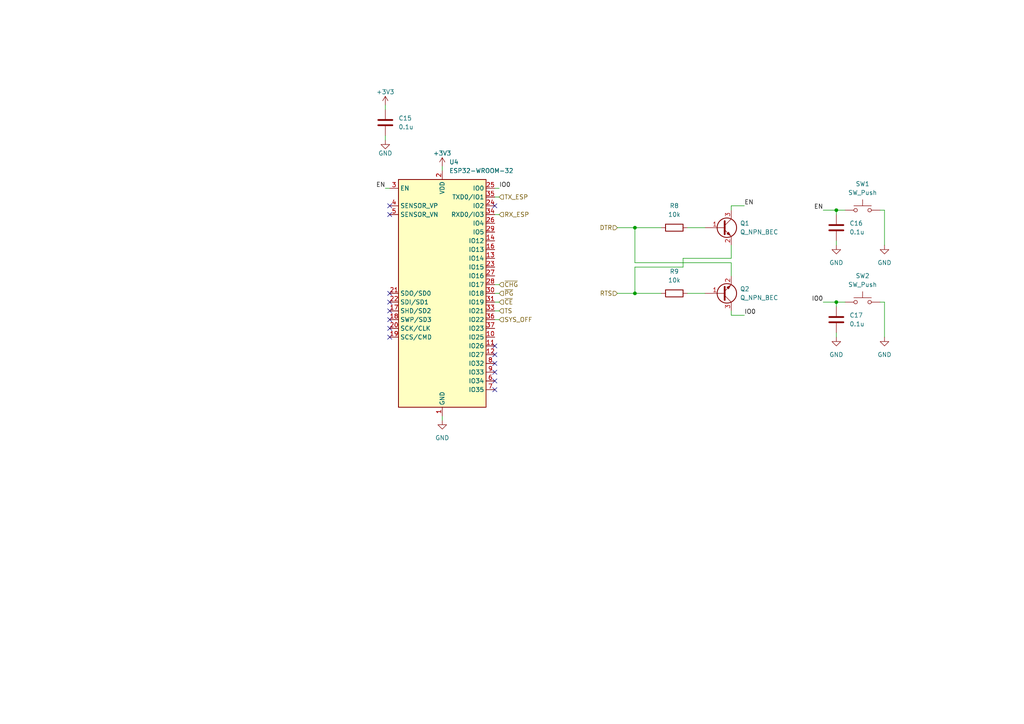
<source format=kicad_sch>
(kicad_sch (version 20211123) (generator eeschema)

  (uuid 029fa107-63e6-4889-8b93-6870fee8d025)

  (paper "A4")

  (lib_symbols
    (symbol "Device:C" (pin_numbers hide) (pin_names (offset 0.254)) (in_bom yes) (on_board yes)
      (property "Reference" "C" (id 0) (at 0.635 2.54 0)
        (effects (font (size 1.27 1.27)) (justify left))
      )
      (property "Value" "C" (id 1) (at 0.635 -2.54 0)
        (effects (font (size 1.27 1.27)) (justify left))
      )
      (property "Footprint" "" (id 2) (at 0.9652 -3.81 0)
        (effects (font (size 1.27 1.27)) hide)
      )
      (property "Datasheet" "~" (id 3) (at 0 0 0)
        (effects (font (size 1.27 1.27)) hide)
      )
      (property "ki_keywords" "cap capacitor" (id 4) (at 0 0 0)
        (effects (font (size 1.27 1.27)) hide)
      )
      (property "ki_description" "Unpolarized capacitor" (id 5) (at 0 0 0)
        (effects (font (size 1.27 1.27)) hide)
      )
      (property "ki_fp_filters" "C_*" (id 6) (at 0 0 0)
        (effects (font (size 1.27 1.27)) hide)
      )
      (symbol "C_0_1"
        (polyline
          (pts
            (xy -2.032 -0.762)
            (xy 2.032 -0.762)
          )
          (stroke (width 0.508) (type default) (color 0 0 0 0))
          (fill (type none))
        )
        (polyline
          (pts
            (xy -2.032 0.762)
            (xy 2.032 0.762)
          )
          (stroke (width 0.508) (type default) (color 0 0 0 0))
          (fill (type none))
        )
      )
      (symbol "C_1_1"
        (pin passive line (at 0 3.81 270) (length 2.794)
          (name "~" (effects (font (size 1.27 1.27))))
          (number "1" (effects (font (size 1.27 1.27))))
        )
        (pin passive line (at 0 -3.81 90) (length 2.794)
          (name "~" (effects (font (size 1.27 1.27))))
          (number "2" (effects (font (size 1.27 1.27))))
        )
      )
    )
    (symbol "Device:Q_NPN_BEC" (pin_names (offset 0) hide) (in_bom yes) (on_board yes)
      (property "Reference" "Q" (id 0) (at 5.08 1.27 0)
        (effects (font (size 1.27 1.27)) (justify left))
      )
      (property "Value" "Q_NPN_BEC" (id 1) (at 5.08 -1.27 0)
        (effects (font (size 1.27 1.27)) (justify left))
      )
      (property "Footprint" "" (id 2) (at 5.08 2.54 0)
        (effects (font (size 1.27 1.27)) hide)
      )
      (property "Datasheet" "~" (id 3) (at 0 0 0)
        (effects (font (size 1.27 1.27)) hide)
      )
      (property "ki_keywords" "transistor NPN" (id 4) (at 0 0 0)
        (effects (font (size 1.27 1.27)) hide)
      )
      (property "ki_description" "NPN transistor, base/emitter/collector" (id 5) (at 0 0 0)
        (effects (font (size 1.27 1.27)) hide)
      )
      (symbol "Q_NPN_BEC_0_1"
        (polyline
          (pts
            (xy 0.635 0.635)
            (xy 2.54 2.54)
          )
          (stroke (width 0) (type default) (color 0 0 0 0))
          (fill (type none))
        )
        (polyline
          (pts
            (xy 0.635 -0.635)
            (xy 2.54 -2.54)
            (xy 2.54 -2.54)
          )
          (stroke (width 0) (type default) (color 0 0 0 0))
          (fill (type none))
        )
        (polyline
          (pts
            (xy 0.635 1.905)
            (xy 0.635 -1.905)
            (xy 0.635 -1.905)
          )
          (stroke (width 0.508) (type default) (color 0 0 0 0))
          (fill (type none))
        )
        (polyline
          (pts
            (xy 1.27 -1.778)
            (xy 1.778 -1.27)
            (xy 2.286 -2.286)
            (xy 1.27 -1.778)
            (xy 1.27 -1.778)
          )
          (stroke (width 0) (type default) (color 0 0 0 0))
          (fill (type outline))
        )
        (circle (center 1.27 0) (radius 2.8194)
          (stroke (width 0.254) (type default) (color 0 0 0 0))
          (fill (type none))
        )
      )
      (symbol "Q_NPN_BEC_1_1"
        (pin input line (at -5.08 0 0) (length 5.715)
          (name "B" (effects (font (size 1.27 1.27))))
          (number "1" (effects (font (size 1.27 1.27))))
        )
        (pin passive line (at 2.54 -5.08 90) (length 2.54)
          (name "E" (effects (font (size 1.27 1.27))))
          (number "2" (effects (font (size 1.27 1.27))))
        )
        (pin passive line (at 2.54 5.08 270) (length 2.54)
          (name "C" (effects (font (size 1.27 1.27))))
          (number "3" (effects (font (size 1.27 1.27))))
        )
      )
    )
    (symbol "Device:R" (pin_numbers hide) (pin_names (offset 0)) (in_bom yes) (on_board yes)
      (property "Reference" "R" (id 0) (at 2.032 0 90)
        (effects (font (size 1.27 1.27)))
      )
      (property "Value" "R" (id 1) (at 0 0 90)
        (effects (font (size 1.27 1.27)))
      )
      (property "Footprint" "" (id 2) (at -1.778 0 90)
        (effects (font (size 1.27 1.27)) hide)
      )
      (property "Datasheet" "~" (id 3) (at 0 0 0)
        (effects (font (size 1.27 1.27)) hide)
      )
      (property "ki_keywords" "R res resistor" (id 4) (at 0 0 0)
        (effects (font (size 1.27 1.27)) hide)
      )
      (property "ki_description" "Resistor" (id 5) (at 0 0 0)
        (effects (font (size 1.27 1.27)) hide)
      )
      (property "ki_fp_filters" "R_*" (id 6) (at 0 0 0)
        (effects (font (size 1.27 1.27)) hide)
      )
      (symbol "R_0_1"
        (rectangle (start -1.016 -2.54) (end 1.016 2.54)
          (stroke (width 0.254) (type default) (color 0 0 0 0))
          (fill (type none))
        )
      )
      (symbol "R_1_1"
        (pin passive line (at 0 3.81 270) (length 1.27)
          (name "~" (effects (font (size 1.27 1.27))))
          (number "1" (effects (font (size 1.27 1.27))))
        )
        (pin passive line (at 0 -3.81 90) (length 1.27)
          (name "~" (effects (font (size 1.27 1.27))))
          (number "2" (effects (font (size 1.27 1.27))))
        )
      )
    )
    (symbol "RF_Module:ESP32-WROOM-32" (in_bom yes) (on_board yes)
      (property "Reference" "U" (id 0) (at -12.7 34.29 0)
        (effects (font (size 1.27 1.27)) (justify left))
      )
      (property "Value" "ESP32-WROOM-32" (id 1) (at 1.27 34.29 0)
        (effects (font (size 1.27 1.27)) (justify left))
      )
      (property "Footprint" "RF_Module:ESP32-WROOM-32" (id 2) (at 0 -38.1 0)
        (effects (font (size 1.27 1.27)) hide)
      )
      (property "Datasheet" "https://www.espressif.com/sites/default/files/documentation/esp32-wroom-32_datasheet_en.pdf" (id 3) (at -7.62 1.27 0)
        (effects (font (size 1.27 1.27)) hide)
      )
      (property "ki_keywords" "RF Radio BT ESP ESP32 Espressif onboard PCB antenna" (id 4) (at 0 0 0)
        (effects (font (size 1.27 1.27)) hide)
      )
      (property "ki_description" "RF Module, ESP32-D0WDQ6 SoC, Wi-Fi 802.11b/g/n, Bluetooth, BLE, 32-bit, 2.7-3.6V, onboard antenna, SMD" (id 5) (at 0 0 0)
        (effects (font (size 1.27 1.27)) hide)
      )
      (property "ki_fp_filters" "ESP32?WROOM?32*" (id 6) (at 0 0 0)
        (effects (font (size 1.27 1.27)) hide)
      )
      (symbol "ESP32-WROOM-32_0_1"
        (rectangle (start -12.7 33.02) (end 12.7 -33.02)
          (stroke (width 0.254) (type default) (color 0 0 0 0))
          (fill (type background))
        )
      )
      (symbol "ESP32-WROOM-32_1_1"
        (pin power_in line (at 0 -35.56 90) (length 2.54)
          (name "GND" (effects (font (size 1.27 1.27))))
          (number "1" (effects (font (size 1.27 1.27))))
        )
        (pin bidirectional line (at 15.24 -12.7 180) (length 2.54)
          (name "IO25" (effects (font (size 1.27 1.27))))
          (number "10" (effects (font (size 1.27 1.27))))
        )
        (pin bidirectional line (at 15.24 -15.24 180) (length 2.54)
          (name "IO26" (effects (font (size 1.27 1.27))))
          (number "11" (effects (font (size 1.27 1.27))))
        )
        (pin bidirectional line (at 15.24 -17.78 180) (length 2.54)
          (name "IO27" (effects (font (size 1.27 1.27))))
          (number "12" (effects (font (size 1.27 1.27))))
        )
        (pin bidirectional line (at 15.24 10.16 180) (length 2.54)
          (name "IO14" (effects (font (size 1.27 1.27))))
          (number "13" (effects (font (size 1.27 1.27))))
        )
        (pin bidirectional line (at 15.24 15.24 180) (length 2.54)
          (name "IO12" (effects (font (size 1.27 1.27))))
          (number "14" (effects (font (size 1.27 1.27))))
        )
        (pin passive line (at 0 -35.56 90) (length 2.54) hide
          (name "GND" (effects (font (size 1.27 1.27))))
          (number "15" (effects (font (size 1.27 1.27))))
        )
        (pin bidirectional line (at 15.24 12.7 180) (length 2.54)
          (name "IO13" (effects (font (size 1.27 1.27))))
          (number "16" (effects (font (size 1.27 1.27))))
        )
        (pin bidirectional line (at -15.24 -5.08 0) (length 2.54)
          (name "SHD/SD2" (effects (font (size 1.27 1.27))))
          (number "17" (effects (font (size 1.27 1.27))))
        )
        (pin bidirectional line (at -15.24 -7.62 0) (length 2.54)
          (name "SWP/SD3" (effects (font (size 1.27 1.27))))
          (number "18" (effects (font (size 1.27 1.27))))
        )
        (pin bidirectional line (at -15.24 -12.7 0) (length 2.54)
          (name "SCS/CMD" (effects (font (size 1.27 1.27))))
          (number "19" (effects (font (size 1.27 1.27))))
        )
        (pin power_in line (at 0 35.56 270) (length 2.54)
          (name "VDD" (effects (font (size 1.27 1.27))))
          (number "2" (effects (font (size 1.27 1.27))))
        )
        (pin bidirectional line (at -15.24 -10.16 0) (length 2.54)
          (name "SCK/CLK" (effects (font (size 1.27 1.27))))
          (number "20" (effects (font (size 1.27 1.27))))
        )
        (pin bidirectional line (at -15.24 0 0) (length 2.54)
          (name "SDO/SD0" (effects (font (size 1.27 1.27))))
          (number "21" (effects (font (size 1.27 1.27))))
        )
        (pin bidirectional line (at -15.24 -2.54 0) (length 2.54)
          (name "SDI/SD1" (effects (font (size 1.27 1.27))))
          (number "22" (effects (font (size 1.27 1.27))))
        )
        (pin bidirectional line (at 15.24 7.62 180) (length 2.54)
          (name "IO15" (effects (font (size 1.27 1.27))))
          (number "23" (effects (font (size 1.27 1.27))))
        )
        (pin bidirectional line (at 15.24 25.4 180) (length 2.54)
          (name "IO2" (effects (font (size 1.27 1.27))))
          (number "24" (effects (font (size 1.27 1.27))))
        )
        (pin bidirectional line (at 15.24 30.48 180) (length 2.54)
          (name "IO0" (effects (font (size 1.27 1.27))))
          (number "25" (effects (font (size 1.27 1.27))))
        )
        (pin bidirectional line (at 15.24 20.32 180) (length 2.54)
          (name "IO4" (effects (font (size 1.27 1.27))))
          (number "26" (effects (font (size 1.27 1.27))))
        )
        (pin bidirectional line (at 15.24 5.08 180) (length 2.54)
          (name "IO16" (effects (font (size 1.27 1.27))))
          (number "27" (effects (font (size 1.27 1.27))))
        )
        (pin bidirectional line (at 15.24 2.54 180) (length 2.54)
          (name "IO17" (effects (font (size 1.27 1.27))))
          (number "28" (effects (font (size 1.27 1.27))))
        )
        (pin bidirectional line (at 15.24 17.78 180) (length 2.54)
          (name "IO5" (effects (font (size 1.27 1.27))))
          (number "29" (effects (font (size 1.27 1.27))))
        )
        (pin input line (at -15.24 30.48 0) (length 2.54)
          (name "EN" (effects (font (size 1.27 1.27))))
          (number "3" (effects (font (size 1.27 1.27))))
        )
        (pin bidirectional line (at 15.24 0 180) (length 2.54)
          (name "IO18" (effects (font (size 1.27 1.27))))
          (number "30" (effects (font (size 1.27 1.27))))
        )
        (pin bidirectional line (at 15.24 -2.54 180) (length 2.54)
          (name "IO19" (effects (font (size 1.27 1.27))))
          (number "31" (effects (font (size 1.27 1.27))))
        )
        (pin no_connect line (at -12.7 -27.94 0) (length 2.54) hide
          (name "NC" (effects (font (size 1.27 1.27))))
          (number "32" (effects (font (size 1.27 1.27))))
        )
        (pin bidirectional line (at 15.24 -5.08 180) (length 2.54)
          (name "IO21" (effects (font (size 1.27 1.27))))
          (number "33" (effects (font (size 1.27 1.27))))
        )
        (pin bidirectional line (at 15.24 22.86 180) (length 2.54)
          (name "RXD0/IO3" (effects (font (size 1.27 1.27))))
          (number "34" (effects (font (size 1.27 1.27))))
        )
        (pin bidirectional line (at 15.24 27.94 180) (length 2.54)
          (name "TXD0/IO1" (effects (font (size 1.27 1.27))))
          (number "35" (effects (font (size 1.27 1.27))))
        )
        (pin bidirectional line (at 15.24 -7.62 180) (length 2.54)
          (name "IO22" (effects (font (size 1.27 1.27))))
          (number "36" (effects (font (size 1.27 1.27))))
        )
        (pin bidirectional line (at 15.24 -10.16 180) (length 2.54)
          (name "IO23" (effects (font (size 1.27 1.27))))
          (number "37" (effects (font (size 1.27 1.27))))
        )
        (pin passive line (at 0 -35.56 90) (length 2.54) hide
          (name "GND" (effects (font (size 1.27 1.27))))
          (number "38" (effects (font (size 1.27 1.27))))
        )
        (pin passive line (at 0 -35.56 90) (length 2.54) hide
          (name "GND" (effects (font (size 1.27 1.27))))
          (number "39" (effects (font (size 1.27 1.27))))
        )
        (pin input line (at -15.24 25.4 0) (length 2.54)
          (name "SENSOR_VP" (effects (font (size 1.27 1.27))))
          (number "4" (effects (font (size 1.27 1.27))))
        )
        (pin input line (at -15.24 22.86 0) (length 2.54)
          (name "SENSOR_VN" (effects (font (size 1.27 1.27))))
          (number "5" (effects (font (size 1.27 1.27))))
        )
        (pin input line (at 15.24 -25.4 180) (length 2.54)
          (name "IO34" (effects (font (size 1.27 1.27))))
          (number "6" (effects (font (size 1.27 1.27))))
        )
        (pin input line (at 15.24 -27.94 180) (length 2.54)
          (name "IO35" (effects (font (size 1.27 1.27))))
          (number "7" (effects (font (size 1.27 1.27))))
        )
        (pin bidirectional line (at 15.24 -20.32 180) (length 2.54)
          (name "IO32" (effects (font (size 1.27 1.27))))
          (number "8" (effects (font (size 1.27 1.27))))
        )
        (pin bidirectional line (at 15.24 -22.86 180) (length 2.54)
          (name "IO33" (effects (font (size 1.27 1.27))))
          (number "9" (effects (font (size 1.27 1.27))))
        )
      )
    )
    (symbol "Switch:SW_Push" (pin_numbers hide) (pin_names (offset 1.016) hide) (in_bom yes) (on_board yes)
      (property "Reference" "SW" (id 0) (at 1.27 2.54 0)
        (effects (font (size 1.27 1.27)) (justify left))
      )
      (property "Value" "SW_Push" (id 1) (at 0 -1.524 0)
        (effects (font (size 1.27 1.27)))
      )
      (property "Footprint" "" (id 2) (at 0 5.08 0)
        (effects (font (size 1.27 1.27)) hide)
      )
      (property "Datasheet" "~" (id 3) (at 0 5.08 0)
        (effects (font (size 1.27 1.27)) hide)
      )
      (property "ki_keywords" "switch normally-open pushbutton push-button" (id 4) (at 0 0 0)
        (effects (font (size 1.27 1.27)) hide)
      )
      (property "ki_description" "Push button switch, generic, two pins" (id 5) (at 0 0 0)
        (effects (font (size 1.27 1.27)) hide)
      )
      (symbol "SW_Push_0_1"
        (circle (center -2.032 0) (radius 0.508)
          (stroke (width 0) (type default) (color 0 0 0 0))
          (fill (type none))
        )
        (polyline
          (pts
            (xy 0 1.27)
            (xy 0 3.048)
          )
          (stroke (width 0) (type default) (color 0 0 0 0))
          (fill (type none))
        )
        (polyline
          (pts
            (xy 2.54 1.27)
            (xy -2.54 1.27)
          )
          (stroke (width 0) (type default) (color 0 0 0 0))
          (fill (type none))
        )
        (circle (center 2.032 0) (radius 0.508)
          (stroke (width 0) (type default) (color 0 0 0 0))
          (fill (type none))
        )
        (pin passive line (at -5.08 0 0) (length 2.54)
          (name "1" (effects (font (size 1.27 1.27))))
          (number "1" (effects (font (size 1.27 1.27))))
        )
        (pin passive line (at 5.08 0 180) (length 2.54)
          (name "2" (effects (font (size 1.27 1.27))))
          (number "2" (effects (font (size 1.27 1.27))))
        )
      )
    )
    (symbol "power:+3V3" (power) (pin_names (offset 0)) (in_bom yes) (on_board yes)
      (property "Reference" "#PWR" (id 0) (at 0 -3.81 0)
        (effects (font (size 1.27 1.27)) hide)
      )
      (property "Value" "+3V3" (id 1) (at 0 3.556 0)
        (effects (font (size 1.27 1.27)))
      )
      (property "Footprint" "" (id 2) (at 0 0 0)
        (effects (font (size 1.27 1.27)) hide)
      )
      (property "Datasheet" "" (id 3) (at 0 0 0)
        (effects (font (size 1.27 1.27)) hide)
      )
      (property "ki_keywords" "power-flag" (id 4) (at 0 0 0)
        (effects (font (size 1.27 1.27)) hide)
      )
      (property "ki_description" "Power symbol creates a global label with name \"+3V3\"" (id 5) (at 0 0 0)
        (effects (font (size 1.27 1.27)) hide)
      )
      (symbol "+3V3_0_1"
        (polyline
          (pts
            (xy -0.762 1.27)
            (xy 0 2.54)
          )
          (stroke (width 0) (type default) (color 0 0 0 0))
          (fill (type none))
        )
        (polyline
          (pts
            (xy 0 0)
            (xy 0 2.54)
          )
          (stroke (width 0) (type default) (color 0 0 0 0))
          (fill (type none))
        )
        (polyline
          (pts
            (xy 0 2.54)
            (xy 0.762 1.27)
          )
          (stroke (width 0) (type default) (color 0 0 0 0))
          (fill (type none))
        )
      )
      (symbol "+3V3_1_1"
        (pin power_in line (at 0 0 90) (length 0) hide
          (name "+3V3" (effects (font (size 1.27 1.27))))
          (number "1" (effects (font (size 1.27 1.27))))
        )
      )
    )
    (symbol "power:GND" (power) (pin_names (offset 0)) (in_bom yes) (on_board yes)
      (property "Reference" "#PWR" (id 0) (at 0 -6.35 0)
        (effects (font (size 1.27 1.27)) hide)
      )
      (property "Value" "GND" (id 1) (at 0 -3.81 0)
        (effects (font (size 1.27 1.27)))
      )
      (property "Footprint" "" (id 2) (at 0 0 0)
        (effects (font (size 1.27 1.27)) hide)
      )
      (property "Datasheet" "" (id 3) (at 0 0 0)
        (effects (font (size 1.27 1.27)) hide)
      )
      (property "ki_keywords" "power-flag" (id 4) (at 0 0 0)
        (effects (font (size 1.27 1.27)) hide)
      )
      (property "ki_description" "Power symbol creates a global label with name \"GND\" , ground" (id 5) (at 0 0 0)
        (effects (font (size 1.27 1.27)) hide)
      )
      (symbol "GND_0_1"
        (polyline
          (pts
            (xy 0 0)
            (xy 0 -1.27)
            (xy 1.27 -1.27)
            (xy 0 -2.54)
            (xy -1.27 -1.27)
            (xy 0 -1.27)
          )
          (stroke (width 0) (type default) (color 0 0 0 0))
          (fill (type none))
        )
      )
      (symbol "GND_1_1"
        (pin power_in line (at 0 0 270) (length 0) hide
          (name "GND" (effects (font (size 1.27 1.27))))
          (number "1" (effects (font (size 1.27 1.27))))
        )
      )
    )
  )


  (junction (at 242.57 87.63) (diameter 0) (color 0 0 0 0)
    (uuid 23f0cf37-55d4-46d7-b4c1-9b259c94baa6)
  )
  (junction (at 242.57 60.96) (diameter 0) (color 0 0 0 0)
    (uuid adca97bd-d2ee-4c08-a3ad-431caf429774)
  )
  (junction (at 184.15 85.09) (diameter 0) (color 0 0 0 0)
    (uuid c92dee1e-81bf-4ffe-8152-bc7f5e3bd7ec)
  )
  (junction (at 184.15 66.04) (diameter 0) (color 0 0 0 0)
    (uuid d3eff76b-83bd-48a1-b559-4a6ebe5edc6c)
  )

  (no_connect (at 113.03 85.09) (uuid 9e44d1b6-711d-4cc5-93e5-be6a4e0f9614))
  (no_connect (at 113.03 87.63) (uuid 9e44d1b6-711d-4cc5-93e5-be6a4e0f9615))
  (no_connect (at 143.51 100.33) (uuid 9e44d1b6-711d-4cc5-93e5-be6a4e0f961a))
  (no_connect (at 143.51 102.87) (uuid 9e44d1b6-711d-4cc5-93e5-be6a4e0f961b))
  (no_connect (at 143.51 105.41) (uuid 9e44d1b6-711d-4cc5-93e5-be6a4e0f961c))
  (no_connect (at 143.51 113.03) (uuid 9e44d1b6-711d-4cc5-93e5-be6a4e0f961d))
  (no_connect (at 113.03 97.79) (uuid 9e44d1b6-711d-4cc5-93e5-be6a4e0f961e))
  (no_connect (at 113.03 95.25) (uuid 9e44d1b6-711d-4cc5-93e5-be6a4e0f961f))
  (no_connect (at 113.03 92.71) (uuid 9e44d1b6-711d-4cc5-93e5-be6a4e0f9620))
  (no_connect (at 113.03 90.17) (uuid 9e44d1b6-711d-4cc5-93e5-be6a4e0f9621))
  (no_connect (at 143.51 107.95) (uuid 9e44d1b6-711d-4cc5-93e5-be6a4e0f9622))
  (no_connect (at 143.51 110.49) (uuid 9e44d1b6-711d-4cc5-93e5-be6a4e0f9623))
  (no_connect (at 143.51 59.69) (uuid 9e44d1b6-711d-4cc5-93e5-be6a4e0f9626))
  (no_connect (at 113.03 62.23) (uuid 9e44d1b6-711d-4cc5-93e5-be6a4e0f9627))
  (no_connect (at 113.03 59.69) (uuid 9e44d1b6-711d-4cc5-93e5-be6a4e0f9628))

  (wire (pts (xy 238.76 60.96) (xy 242.57 60.96))
    (stroke (width 0) (type default) (color 0 0 0 0))
    (uuid 0824e261-06a8-4522-bd19-b3988b8930b1)
  )
  (wire (pts (xy 111.76 54.61) (xy 113.03 54.61))
    (stroke (width 0) (type default) (color 0 0 0 0))
    (uuid 090bbff3-805f-47c8-9898-0bfe4054ab76)
  )
  (wire (pts (xy 199.39 66.04) (xy 204.47 66.04))
    (stroke (width 0) (type default) (color 0 0 0 0))
    (uuid 0af37823-4ca9-4769-abf6-0126dde271e9)
  )
  (wire (pts (xy 179.07 66.04) (xy 184.15 66.04))
    (stroke (width 0) (type default) (color 0 0 0 0))
    (uuid 10b20a32-8565-4369-82c9-076b23875c8d)
  )
  (wire (pts (xy 242.57 87.63) (xy 242.57 88.9))
    (stroke (width 0) (type default) (color 0 0 0 0))
    (uuid 235857f5-7ac9-4530-bf95-2462c41fc9ab)
  )
  (wire (pts (xy 184.15 76.2) (xy 212.09 76.2))
    (stroke (width 0) (type default) (color 0 0 0 0))
    (uuid 244f6516-b7da-4253-996c-a3862705ad85)
  )
  (wire (pts (xy 143.51 87.63) (xy 144.78 87.63))
    (stroke (width 0) (type default) (color 0 0 0 0))
    (uuid 291858ac-20cd-4bb3-9fe4-857541e2af1b)
  )
  (wire (pts (xy 212.09 90.17) (xy 212.09 91.44))
    (stroke (width 0) (type default) (color 0 0 0 0))
    (uuid 29a5ad5a-1e97-4e66-9526-31d6f14b4c71)
  )
  (wire (pts (xy 143.51 62.23) (xy 144.78 62.23))
    (stroke (width 0) (type default) (color 0 0 0 0))
    (uuid 2e1b8811-d444-47d7-9827-7b42f03ad802)
  )
  (wire (pts (xy 128.27 48.26) (xy 128.27 49.53))
    (stroke (width 0) (type default) (color 0 0 0 0))
    (uuid 3fb5e07c-4f9f-41a8-8aac-6f457b351106)
  )
  (wire (pts (xy 128.27 120.65) (xy 128.27 121.92))
    (stroke (width 0) (type default) (color 0 0 0 0))
    (uuid 473e7ac7-e996-42df-9322-67e807fe3ef2)
  )
  (wire (pts (xy 238.76 87.63) (xy 242.57 87.63))
    (stroke (width 0) (type default) (color 0 0 0 0))
    (uuid 4a5b010e-d89e-4aec-8f76-0c826e1c3b12)
  )
  (wire (pts (xy 111.76 30.48) (xy 111.76 31.75))
    (stroke (width 0) (type default) (color 0 0 0 0))
    (uuid 51e99e3e-c541-4ef1-9a69-d1b987f896af)
  )
  (wire (pts (xy 198.12 74.93) (xy 212.09 74.93))
    (stroke (width 0) (type default) (color 0 0 0 0))
    (uuid 54b1f07f-5f13-4bbf-a1d1-9d5a1f7e66ee)
  )
  (wire (pts (xy 212.09 60.96) (xy 212.09 59.69))
    (stroke (width 0) (type default) (color 0 0 0 0))
    (uuid 57012323-92e8-4943-9853-08b32d79b755)
  )
  (wire (pts (xy 199.39 85.09) (xy 204.47 85.09))
    (stroke (width 0) (type default) (color 0 0 0 0))
    (uuid 57c917aa-dcab-4239-9b0b-dad2b9336a6c)
  )
  (wire (pts (xy 184.15 77.47) (xy 184.15 85.09))
    (stroke (width 0) (type default) (color 0 0 0 0))
    (uuid 5cfe7951-cb1c-4543-b89d-7b58d156f858)
  )
  (wire (pts (xy 179.07 85.09) (xy 184.15 85.09))
    (stroke (width 0) (type default) (color 0 0 0 0))
    (uuid 5f09afca-a8f0-4d6a-ba68-5ea2abf4e6df)
  )
  (wire (pts (xy 144.78 82.55) (xy 143.51 82.55))
    (stroke (width 0) (type default) (color 0 0 0 0))
    (uuid 5f90a962-0ad6-44ea-a0fd-246f5133a524)
  )
  (wire (pts (xy 242.57 60.96) (xy 242.57 62.23))
    (stroke (width 0) (type default) (color 0 0 0 0))
    (uuid 647c4330-1fd0-4f5b-a198-34127e11f611)
  )
  (wire (pts (xy 242.57 69.85) (xy 242.57 71.12))
    (stroke (width 0) (type default) (color 0 0 0 0))
    (uuid 6c2a4a3a-06bf-4135-9e86-d97ec404b7f5)
  )
  (wire (pts (xy 212.09 91.44) (xy 215.9 91.44))
    (stroke (width 0) (type default) (color 0 0 0 0))
    (uuid 7116aa4c-399b-4987-bd18-ff3387111ec2)
  )
  (wire (pts (xy 184.15 66.04) (xy 191.77 66.04))
    (stroke (width 0) (type default) (color 0 0 0 0))
    (uuid 744e78a9-67c7-4b99-89e0-3eca02ab9ca1)
  )
  (wire (pts (xy 184.15 77.47) (xy 198.12 77.47))
    (stroke (width 0) (type default) (color 0 0 0 0))
    (uuid 74b804ce-013b-4ad1-8f5c-1bc3742157aa)
  )
  (wire (pts (xy 242.57 96.52) (xy 242.57 97.79))
    (stroke (width 0) (type default) (color 0 0 0 0))
    (uuid 79daf405-b21d-41bb-8e49-0d27264911fb)
  )
  (wire (pts (xy 111.76 39.37) (xy 111.76 40.64))
    (stroke (width 0) (type default) (color 0 0 0 0))
    (uuid 828d6bfe-c688-4851-85ef-2cfe0055994a)
  )
  (wire (pts (xy 242.57 87.63) (xy 245.11 87.63))
    (stroke (width 0) (type default) (color 0 0 0 0))
    (uuid 93d8a1b5-a50c-4765-b2fc-b1bae65a57b6)
  )
  (wire (pts (xy 256.54 87.63) (xy 256.54 97.79))
    (stroke (width 0) (type default) (color 0 0 0 0))
    (uuid 9c837d32-6d26-4050-938c-252466a99d5d)
  )
  (wire (pts (xy 143.51 92.71) (xy 144.78 92.71))
    (stroke (width 0) (type default) (color 0 0 0 0))
    (uuid 9fb254ba-9d4e-4f53-a2d8-a7a9fa22c91d)
  )
  (wire (pts (xy 198.12 74.93) (xy 198.12 77.47))
    (stroke (width 0) (type default) (color 0 0 0 0))
    (uuid a6be44f3-7b77-4912-8d99-4dc5e6ffb798)
  )
  (wire (pts (xy 212.09 74.93) (xy 212.09 71.12))
    (stroke (width 0) (type default) (color 0 0 0 0))
    (uuid a8b85d25-cc66-49e8-87b7-550d015a3e8d)
  )
  (wire (pts (xy 184.15 85.09) (xy 191.77 85.09))
    (stroke (width 0) (type default) (color 0 0 0 0))
    (uuid ab586f0d-007e-455c-a84e-fd979ac6c090)
  )
  (wire (pts (xy 184.15 66.04) (xy 184.15 76.2))
    (stroke (width 0) (type default) (color 0 0 0 0))
    (uuid afa9ff17-a280-4283-a695-95de89fe2033)
  )
  (wire (pts (xy 143.51 85.09) (xy 144.78 85.09))
    (stroke (width 0) (type default) (color 0 0 0 0))
    (uuid b447d755-99fc-4975-ab44-fae5a0bfb9e6)
  )
  (wire (pts (xy 212.09 59.69) (xy 215.9 59.69))
    (stroke (width 0) (type default) (color 0 0 0 0))
    (uuid b62a299e-1aa7-413a-bea3-a0eabfe29501)
  )
  (wire (pts (xy 256.54 60.96) (xy 256.54 71.12))
    (stroke (width 0) (type default) (color 0 0 0 0))
    (uuid c61642b3-42cd-4d48-a931-87677baa0097)
  )
  (wire (pts (xy 255.27 87.63) (xy 256.54 87.63))
    (stroke (width 0) (type default) (color 0 0 0 0))
    (uuid eecb618b-983c-447c-83f4-2c6d53716ee0)
  )
  (wire (pts (xy 143.51 57.15) (xy 144.78 57.15))
    (stroke (width 0) (type default) (color 0 0 0 0))
    (uuid eff258dc-a27c-4137-9774-6aa9348e9b04)
  )
  (wire (pts (xy 143.51 90.17) (xy 144.78 90.17))
    (stroke (width 0) (type default) (color 0 0 0 0))
    (uuid f9dbf819-453c-47a7-8e0a-3f31d7487072)
  )
  (wire (pts (xy 242.57 60.96) (xy 245.11 60.96))
    (stroke (width 0) (type default) (color 0 0 0 0))
    (uuid fb5cbbec-eb65-4868-b020-1254d253ffdd)
  )
  (wire (pts (xy 212.09 76.2) (xy 212.09 80.01))
    (stroke (width 0) (type default) (color 0 0 0 0))
    (uuid fc704198-7a6b-414f-bbca-39b26de900a8)
  )
  (wire (pts (xy 255.27 60.96) (xy 256.54 60.96))
    (stroke (width 0) (type default) (color 0 0 0 0))
    (uuid fe477ad0-1cf0-4522-81ee-dd09a751dfdf)
  )
  (wire (pts (xy 143.51 54.61) (xy 144.78 54.61))
    (stroke (width 0) (type default) (color 0 0 0 0))
    (uuid fe7bd252-3541-4361-aa7f-e4de55c99209)
  )

  (label "EN" (at 238.76 60.96 180)
    (effects (font (size 1.27 1.27)) (justify right bottom))
    (uuid 172b6b9b-3339-4c67-9af7-f09467ce397e)
  )
  (label "EN" (at 215.9 59.69 0)
    (effects (font (size 1.27 1.27)) (justify left bottom))
    (uuid 6be44ce7-47fd-4fa7-a53e-602994eb9066)
  )
  (label "IO0" (at 144.78 54.61 0)
    (effects (font (size 1.27 1.27)) (justify left bottom))
    (uuid 8a1166ad-fbc8-4c86-a138-85260e221631)
  )
  (label "IO0" (at 238.76 87.63 180)
    (effects (font (size 1.27 1.27)) (justify right bottom))
    (uuid 8fdee92a-c90e-4744-a5dd-3d0fd37575e9)
  )
  (label "EN" (at 111.76 54.61 180)
    (effects (font (size 1.27 1.27)) (justify right bottom))
    (uuid a10aa0cd-c879-44d8-8fcb-37dc1aca0e7f)
  )
  (label "IO0" (at 215.9 91.44 0)
    (effects (font (size 1.27 1.27)) (justify left bottom))
    (uuid fc96c102-ff41-43e6-a77a-9b346c326d18)
  )

  (hierarchical_label "RX_ESP" (shape input) (at 144.78 62.23 0)
    (effects (font (size 1.27 1.27)) (justify left))
    (uuid 0562cbdc-6b29-4763-a4e9-d4b05cf02d4c)
  )
  (hierarchical_label "SYS_OFF" (shape input) (at 144.78 92.71 0)
    (effects (font (size 1.27 1.27)) (justify left))
    (uuid 2cc16d1e-5779-422f-b138-262b713cff84)
  )
  (hierarchical_label "TS" (shape input) (at 144.78 90.17 0)
    (effects (font (size 1.27 1.27)) (justify left))
    (uuid 9571d3d4-e8d1-4c2e-bda9-f67bcb8ae684)
  )
  (hierarchical_label "TX_ESP" (shape input) (at 144.78 57.15 0)
    (effects (font (size 1.27 1.27)) (justify left))
    (uuid 9a3bb040-a848-4303-9b8b-a2f399c31483)
  )
  (hierarchical_label "~{CHG}" (shape input) (at 144.78 82.55 0)
    (effects (font (size 1.27 1.27)) (justify left))
    (uuid a04a0625-1adf-49d7-8c9e-677d4c06927d)
  )
  (hierarchical_label "DTR" (shape input) (at 179.07 66.04 180)
    (effects (font (size 1.27 1.27)) (justify right))
    (uuid a4094f4a-5463-45bb-a3d8-c3ce2f917b06)
  )
  (hierarchical_label "RTS" (shape input) (at 179.07 85.09 180)
    (effects (font (size 1.27 1.27)) (justify right))
    (uuid caceee7e-e155-41bb-b1a3-49b3e81654d7)
  )
  (hierarchical_label "~{CE}" (shape input) (at 144.78 87.63 0)
    (effects (font (size 1.27 1.27)) (justify left))
    (uuid d7a1fd6e-076c-4d4c-bb84-9aa8d10bdd82)
  )
  (hierarchical_label "~{PG}" (shape input) (at 144.78 85.09 0)
    (effects (font (size 1.27 1.27)) (justify left))
    (uuid fbddae1f-d7a1-48de-8bec-19a848e75238)
  )

  (symbol (lib_id "Device:R") (at 195.58 66.04 270) (unit 1)
    (in_bom yes) (on_board yes)
    (uuid 01edc7cc-ce18-4fbd-8627-aeb794e225a5)
    (property "Reference" "R8" (id 0) (at 195.58 59.69 90))
    (property "Value" "10k" (id 1) (at 195.58 62.23 90))
    (property "Footprint" "Resistor_SMD:R_0402_1005Metric" (id 2) (at 195.58 64.262 90)
      (effects (font (size 1.27 1.27)) hide)
    )
    (property "Datasheet" "~" (id 3) (at 195.58 66.04 0)
      (effects (font (size 1.27 1.27)) hide)
    )
    (pin "1" (uuid f7690171-2670-4b36-8e7e-c02b8498f99e))
    (pin "2" (uuid 1e998670-f2e9-4175-bad5-d7d50e0b012e))
  )

  (symbol (lib_id "power:GND") (at 256.54 71.12 0) (unit 1)
    (in_bom yes) (on_board yes) (fields_autoplaced)
    (uuid 08f347e8-3dcc-417c-9972-2403fce29c82)
    (property "Reference" "#PWR044" (id 0) (at 256.54 77.47 0)
      (effects (font (size 1.27 1.27)) hide)
    )
    (property "Value" "GND" (id 1) (at 256.54 76.2 0))
    (property "Footprint" "" (id 2) (at 256.54 71.12 0)
      (effects (font (size 1.27 1.27)) hide)
    )
    (property "Datasheet" "" (id 3) (at 256.54 71.12 0)
      (effects (font (size 1.27 1.27)) hide)
    )
    (pin "1" (uuid b05eb122-1800-4e22-ac80-f940f0ef969e))
  )

  (symbol (lib_id "Switch:SW_Push") (at 250.19 87.63 0) (unit 1)
    (in_bom yes) (on_board yes) (fields_autoplaced)
    (uuid 1268cdab-1326-4004-8b00-1fe95f9f8559)
    (property "Reference" "SW2" (id 0) (at 250.19 80.01 0))
    (property "Value" "SW_Push" (id 1) (at 250.19 82.55 0))
    (property "Footprint" "Button_Switch_SMD:SW_SPST_B3S-1000" (id 2) (at 250.19 82.55 0)
      (effects (font (size 1.27 1.27)) hide)
    )
    (property "Datasheet" "~" (id 3) (at 250.19 82.55 0)
      (effects (font (size 1.27 1.27)) hide)
    )
    (pin "1" (uuid 53377a40-66dd-47d9-836d-30f72d191345))
    (pin "2" (uuid fcbb40a5-5379-44ca-89da-09f212495de9))
  )

  (symbol (lib_id "Device:C") (at 111.76 35.56 0) (unit 1)
    (in_bom yes) (on_board yes) (fields_autoplaced)
    (uuid 2ec155fb-9f81-4581-8412-f53760e3ffef)
    (property "Reference" "C15" (id 0) (at 115.57 34.2899 0)
      (effects (font (size 1.27 1.27)) (justify left))
    )
    (property "Value" "0.1u" (id 1) (at 115.57 36.8299 0)
      (effects (font (size 1.27 1.27)) (justify left))
    )
    (property "Footprint" "Capacitor_SMD:C_0402_1005Metric" (id 2) (at 112.7252 39.37 0)
      (effects (font (size 1.27 1.27)) hide)
    )
    (property "Datasheet" "~" (id 3) (at 111.76 35.56 0)
      (effects (font (size 1.27 1.27)) hide)
    )
    (pin "1" (uuid 76c8a3d9-a9b2-47a6-9af0-a214289ea321))
    (pin "2" (uuid 55f84998-4cf1-4b13-929e-b504f40ac6e5))
  )

  (symbol (lib_id "power:GND") (at 242.57 71.12 0) (unit 1)
    (in_bom yes) (on_board yes) (fields_autoplaced)
    (uuid 4186bbeb-7b92-4873-89cc-fd725c740649)
    (property "Reference" "#PWR043" (id 0) (at 242.57 77.47 0)
      (effects (font (size 1.27 1.27)) hide)
    )
    (property "Value" "GND" (id 1) (at 242.57 76.2 0))
    (property "Footprint" "" (id 2) (at 242.57 71.12 0)
      (effects (font (size 1.27 1.27)) hide)
    )
    (property "Datasheet" "" (id 3) (at 242.57 71.12 0)
      (effects (font (size 1.27 1.27)) hide)
    )
    (pin "1" (uuid 8d2f4423-98fc-4892-8697-cce477b65ddb))
  )

  (symbol (lib_id "Device:C") (at 242.57 66.04 0) (unit 1)
    (in_bom yes) (on_board yes) (fields_autoplaced)
    (uuid 53aecea2-3fd3-41bf-868a-5e0e752c50e1)
    (property "Reference" "C16" (id 0) (at 246.38 64.7699 0)
      (effects (font (size 1.27 1.27)) (justify left))
    )
    (property "Value" "0.1u" (id 1) (at 246.38 67.3099 0)
      (effects (font (size 1.27 1.27)) (justify left))
    )
    (property "Footprint" "Capacitor_SMD:C_0402_1005Metric" (id 2) (at 243.5352 69.85 0)
      (effects (font (size 1.27 1.27)) hide)
    )
    (property "Datasheet" "~" (id 3) (at 242.57 66.04 0)
      (effects (font (size 1.27 1.27)) hide)
    )
    (pin "1" (uuid f120f5c5-ffe9-44eb-880b-fe7da0d5bdf1))
    (pin "2" (uuid 6566eb8e-db50-4abf-a206-72ed95242956))
  )

  (symbol (lib_id "power:+3V3") (at 111.76 30.48 0) (unit 1)
    (in_bom yes) (on_board yes)
    (uuid 5c8b4367-8893-4071-a748-84f4b3586761)
    (property "Reference" "#PWR040" (id 0) (at 111.76 34.29 0)
      (effects (font (size 1.27 1.27)) hide)
    )
    (property "Value" "+3V3" (id 1) (at 111.76 26.67 0))
    (property "Footprint" "" (id 2) (at 111.76 30.48 0)
      (effects (font (size 1.27 1.27)) hide)
    )
    (property "Datasheet" "" (id 3) (at 111.76 30.48 0)
      (effects (font (size 1.27 1.27)) hide)
    )
    (pin "1" (uuid 9788561a-0733-4ccc-9db2-c6e879b8e6d4))
  )

  (symbol (lib_id "power:GND") (at 242.57 97.79 0) (unit 1)
    (in_bom yes) (on_board yes) (fields_autoplaced)
    (uuid 5f73dca0-2c5d-42c2-b27a-7401fa864cb7)
    (property "Reference" "#PWR045" (id 0) (at 242.57 104.14 0)
      (effects (font (size 1.27 1.27)) hide)
    )
    (property "Value" "GND" (id 1) (at 242.57 102.87 0))
    (property "Footprint" "" (id 2) (at 242.57 97.79 0)
      (effects (font (size 1.27 1.27)) hide)
    )
    (property "Datasheet" "" (id 3) (at 242.57 97.79 0)
      (effects (font (size 1.27 1.27)) hide)
    )
    (pin "1" (uuid 28100ac6-ea1a-4bd3-9cbb-a42ee02793eb))
  )

  (symbol (lib_id "power:GND") (at 256.54 97.79 0) (unit 1)
    (in_bom yes) (on_board yes) (fields_autoplaced)
    (uuid 63e007fc-ae2d-45ce-8841-83d1d344a8d0)
    (property "Reference" "#PWR046" (id 0) (at 256.54 104.14 0)
      (effects (font (size 1.27 1.27)) hide)
    )
    (property "Value" "GND" (id 1) (at 256.54 102.87 0))
    (property "Footprint" "" (id 2) (at 256.54 97.79 0)
      (effects (font (size 1.27 1.27)) hide)
    )
    (property "Datasheet" "" (id 3) (at 256.54 97.79 0)
      (effects (font (size 1.27 1.27)) hide)
    )
    (pin "1" (uuid 7796bf87-cb5f-4a26-8430-5721a24e15ae))
  )

  (symbol (lib_id "Switch:SW_Push") (at 250.19 60.96 0) (unit 1)
    (in_bom yes) (on_board yes) (fields_autoplaced)
    (uuid 67a2f48c-f9c6-46d9-bb00-810f366455e2)
    (property "Reference" "SW1" (id 0) (at 250.19 53.34 0))
    (property "Value" "SW_Push" (id 1) (at 250.19 55.88 0))
    (property "Footprint" "Button_Switch_SMD:SW_SPST_B3S-1000" (id 2) (at 250.19 55.88 0)
      (effects (font (size 1.27 1.27)) hide)
    )
    (property "Datasheet" "~" (id 3) (at 250.19 55.88 0)
      (effects (font (size 1.27 1.27)) hide)
    )
    (pin "1" (uuid cfc2530d-290c-4bdd-a242-50a21ab9239a))
    (pin "2" (uuid 91cb67b1-45b3-4b9f-9975-a58e5e1691b6))
  )

  (symbol (lib_id "Device:Q_NPN_BEC") (at 209.55 66.04 0) (unit 1)
    (in_bom yes) (on_board yes) (fields_autoplaced)
    (uuid 6adaeb5b-cbac-4df1-9a29-9c2db9830e9a)
    (property "Reference" "Q1" (id 0) (at 214.63 64.7699 0)
      (effects (font (size 1.27 1.27)) (justify left))
    )
    (property "Value" "Q_NPN_BEC" (id 1) (at 214.63 67.3099 0)
      (effects (font (size 1.27 1.27)) (justify left))
    )
    (property "Footprint" "Package_TO_SOT_SMD:SOT-323_SC-70" (id 2) (at 214.63 63.5 0)
      (effects (font (size 1.27 1.27)) hide)
    )
    (property "Datasheet" "~" (id 3) (at 209.55 66.04 0)
      (effects (font (size 1.27 1.27)) hide)
    )
    (pin "1" (uuid 1cf42993-b8f6-4447-86f5-7bce301ae0ad))
    (pin "2" (uuid 87998e1e-b94c-41df-bc42-8bc546875ba3))
    (pin "3" (uuid 4543a128-ede6-4995-a874-e1af548cbb17))
  )

  (symbol (lib_id "Device:Q_NPN_BEC") (at 209.55 85.09 0) (mirror x) (unit 1)
    (in_bom yes) (on_board yes) (fields_autoplaced)
    (uuid 70ac29ae-7bbf-4e1b-a249-6c631453a130)
    (property "Reference" "Q2" (id 0) (at 214.63 83.8199 0)
      (effects (font (size 1.27 1.27)) (justify left))
    )
    (property "Value" "Q_NPN_BEC" (id 1) (at 214.63 86.3599 0)
      (effects (font (size 1.27 1.27)) (justify left))
    )
    (property "Footprint" "Package_TO_SOT_SMD:SOT-323_SC-70" (id 2) (at 214.63 87.63 0)
      (effects (font (size 1.27 1.27)) hide)
    )
    (property "Datasheet" "~" (id 3) (at 209.55 85.09 0)
      (effects (font (size 1.27 1.27)) hide)
    )
    (pin "1" (uuid 90b15279-ac9c-4e73-81c3-06492ac076a4))
    (pin "2" (uuid bd6b2619-9bbf-4a5d-9ef9-9e3cd6b2efa2))
    (pin "3" (uuid e6d53175-7d5f-496c-9ac5-86aa5020de9a))
  )

  (symbol (lib_id "power:+3V3") (at 128.27 48.26 0) (unit 1)
    (in_bom yes) (on_board yes)
    (uuid 846fdebe-1695-4787-ac58-b490042f5e3a)
    (property "Reference" "#PWR042" (id 0) (at 128.27 52.07 0)
      (effects (font (size 1.27 1.27)) hide)
    )
    (property "Value" "+3V3" (id 1) (at 128.27 44.45 0))
    (property "Footprint" "" (id 2) (at 128.27 48.26 0)
      (effects (font (size 1.27 1.27)) hide)
    )
    (property "Datasheet" "" (id 3) (at 128.27 48.26 0)
      (effects (font (size 1.27 1.27)) hide)
    )
    (pin "1" (uuid ab840aed-71c5-4267-b745-07bc5b62d189))
  )

  (symbol (lib_id "RF_Module:ESP32-WROOM-32") (at 128.27 85.09 0) (unit 1)
    (in_bom yes) (on_board yes) (fields_autoplaced)
    (uuid 9057210f-e612-4dc0-8bb3-c2ec0aeb72ed)
    (property "Reference" "U4" (id 0) (at 130.2894 46.99 0)
      (effects (font (size 1.27 1.27)) (justify left))
    )
    (property "Value" "ESP32-WROOM-32" (id 1) (at 130.2894 49.53 0)
      (effects (font (size 1.27 1.27)) (justify left))
    )
    (property "Footprint" "RF_Module:ESP32-WROOM-32" (id 2) (at 128.27 123.19 0)
      (effects (font (size 1.27 1.27)) hide)
    )
    (property "Datasheet" "https://www.espressif.com/sites/default/files/documentation/esp32-wroom-32_datasheet_en.pdf" (id 3) (at 120.65 83.82 0)
      (effects (font (size 1.27 1.27)) hide)
    )
    (pin "1" (uuid 2e0aafe3-a5d0-4e39-b0aa-b4c38fe093a2))
    (pin "10" (uuid 9163ef7f-a48e-4b23-8e22-d908df916d7c))
    (pin "11" (uuid d8ff5e08-dae8-4570-ac5c-006608f67ac5))
    (pin "12" (uuid 5a7feec6-1946-438a-b759-3b7d71438e10))
    (pin "13" (uuid 33615f11-2927-4eb4-ace4-fb9796fb660e))
    (pin "14" (uuid 28cf9949-9657-43e5-9d96-a1ce9ff7dffe))
    (pin "15" (uuid ee59226a-8604-4f3f-84ad-10ef954b061d))
    (pin "16" (uuid c8003ead-d1a8-45e4-b907-3591ae89ec5d))
    (pin "17" (uuid 2eaaef23-1219-4d68-8f8f-b8970a32a683))
    (pin "18" (uuid fe3d2142-6c52-4ad9-9741-6dc3d6112116))
    (pin "19" (uuid 79ef1f61-6da3-4a4f-bb5e-58e18e43d7d7))
    (pin "2" (uuid e7475aa2-29d9-4b8b-9e2b-7c0a103a3a1c))
    (pin "20" (uuid f6037f55-cb3d-42c2-8eff-9fa90350fee9))
    (pin "21" (uuid bf2b523d-5d86-4012-8335-e98f2d9ce4b8))
    (pin "22" (uuid 71101aac-1edc-44a0-a392-cdb30b2a494c))
    (pin "23" (uuid 26736750-0738-490d-9334-8fd2157a6a70))
    (pin "24" (uuid 3e08c17b-14cb-4618-bd1f-9768bbc9ef39))
    (pin "25" (uuid e7e448d5-6fc5-47c9-bdc1-6091672cd2b1))
    (pin "26" (uuid 95ce0915-cf0d-4773-846b-dea59b1f47f5))
    (pin "27" (uuid e3d28c9d-3a61-40cf-b8c6-d504139a3571))
    (pin "28" (uuid 46a05871-a0fd-41fe-8385-128b037ecbbc))
    (pin "29" (uuid 255fda60-3731-49db-b81c-ad2005889bb0))
    (pin "3" (uuid 81d98d1a-817d-437f-af6a-b2b720ba04b7))
    (pin "30" (uuid fe5d23e6-57a2-4a4e-8adb-afa0bf4919b8))
    (pin "31" (uuid 16de14b6-bebf-4c8c-91c2-ecd8afc2125a))
    (pin "32" (uuid 6b422202-6277-450a-a89a-005fa39b5d97))
    (pin "33" (uuid ddf7352b-9581-47a2-9c02-7ac3b2b619bb))
    (pin "34" (uuid f80c3be3-3f92-404c-9a97-4bb7709f8f7a))
    (pin "35" (uuid 087d9cdb-f226-4379-875c-81226878cad6))
    (pin "36" (uuid 266bb5e9-de61-494c-908f-a4fccf2fc8b5))
    (pin "37" (uuid 6a390469-8c5e-4f7c-9310-ae982fab87a1))
    (pin "38" (uuid 5c03804e-4661-42eb-992a-9b55dc2dbf77))
    (pin "39" (uuid b325c8bb-304c-4e57-b233-ab18519a43e2))
    (pin "4" (uuid bdee50a8-191f-4c29-88d7-5cd2227221a3))
    (pin "5" (uuid ed050fd9-8df8-40a0-a547-7b76a4c54932))
    (pin "6" (uuid 63c241fe-5d0e-4530-a8d5-7dc2017190ee))
    (pin "7" (uuid bd06895a-0701-4440-b48d-8cc92943087b))
    (pin "8" (uuid aeb77ad7-0965-4ec6-acde-41d407d0b634))
    (pin "9" (uuid e46cd4f8-4dba-4ba1-80b9-7f234e6e4c20))
  )

  (symbol (lib_id "Device:C") (at 242.57 92.71 0) (unit 1)
    (in_bom yes) (on_board yes) (fields_autoplaced)
    (uuid 9c05f622-19b5-40d2-903b-e584c62158e7)
    (property "Reference" "C17" (id 0) (at 246.38 91.4399 0)
      (effects (font (size 1.27 1.27)) (justify left))
    )
    (property "Value" "0.1u" (id 1) (at 246.38 93.9799 0)
      (effects (font (size 1.27 1.27)) (justify left))
    )
    (property "Footprint" "Capacitor_SMD:C_0402_1005Metric" (id 2) (at 243.5352 96.52 0)
      (effects (font (size 1.27 1.27)) hide)
    )
    (property "Datasheet" "~" (id 3) (at 242.57 92.71 0)
      (effects (font (size 1.27 1.27)) hide)
    )
    (pin "1" (uuid e59be569-dcdd-4439-95ab-dcf9aff860a6))
    (pin "2" (uuid 6f1a0cda-876f-4734-945d-bdeec29b670d))
  )

  (symbol (lib_id "power:GND") (at 128.27 121.92 0) (unit 1)
    (in_bom yes) (on_board yes) (fields_autoplaced)
    (uuid c12d3e6e-3d24-4c0e-80d9-69178356ff9c)
    (property "Reference" "#PWR047" (id 0) (at 128.27 128.27 0)
      (effects (font (size 1.27 1.27)) hide)
    )
    (property "Value" "GND" (id 1) (at 128.27 127 0))
    (property "Footprint" "" (id 2) (at 128.27 121.92 0)
      (effects (font (size 1.27 1.27)) hide)
    )
    (property "Datasheet" "" (id 3) (at 128.27 121.92 0)
      (effects (font (size 1.27 1.27)) hide)
    )
    (pin "1" (uuid 72d2318c-d453-439d-be82-aa57dbe73725))
  )

  (symbol (lib_id "Device:R") (at 195.58 85.09 270) (unit 1)
    (in_bom yes) (on_board yes)
    (uuid cd206731-6e26-45ab-b8b5-a11bdaea9f13)
    (property "Reference" "R9" (id 0) (at 195.58 78.74 90))
    (property "Value" "10k" (id 1) (at 195.58 81.28 90))
    (property "Footprint" "Resistor_SMD:R_0402_1005Metric" (id 2) (at 195.58 83.312 90)
      (effects (font (size 1.27 1.27)) hide)
    )
    (property "Datasheet" "~" (id 3) (at 195.58 85.09 0)
      (effects (font (size 1.27 1.27)) hide)
    )
    (pin "1" (uuid b5557de5-a55f-4ba3-8550-0900afc0ae5f))
    (pin "2" (uuid c4ee3367-35ed-4b71-bc08-34b9babe0673))
  )

  (symbol (lib_id "power:GND") (at 111.76 40.64 0) (unit 1)
    (in_bom yes) (on_board yes)
    (uuid d65907ec-0b07-4ebe-bdf8-285a31ab52a5)
    (property "Reference" "#PWR041" (id 0) (at 111.76 46.99 0)
      (effects (font (size 1.27 1.27)) hide)
    )
    (property "Value" "GND" (id 1) (at 111.76 44.45 0))
    (property "Footprint" "" (id 2) (at 111.76 40.64 0)
      (effects (font (size 1.27 1.27)) hide)
    )
    (property "Datasheet" "" (id 3) (at 111.76 40.64 0)
      (effects (font (size 1.27 1.27)) hide)
    )
    (pin "1" (uuid b556983a-7020-4d3e-b554-5c95548ca390))
  )
)

</source>
